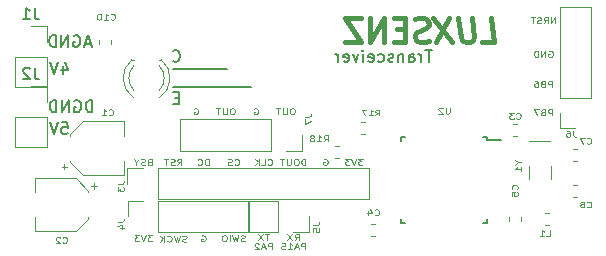
<source format=gbo>
G04 #@! TF.GenerationSoftware,KiCad,Pcbnew,(5.0.0-rc2-178-g3c7b91b96)*
G04 #@! TF.CreationDate,2018-10-30T10:49:57+01:00*
G04 #@! TF.ProjectId,pcb4,706362342E6B696361645F7063620000,1*
G04 #@! TF.SameCoordinates,Original*
G04 #@! TF.FileFunction,Legend,Bot*
G04 #@! TF.FilePolarity,Positive*
%FSLAX46Y46*%
G04 Gerber Fmt 4.6, Leading zero omitted, Abs format (unit mm)*
G04 Created by KiCad (PCBNEW (5.0.0-rc2-178-g3c7b91b96)) date 10/30/18 10:49:57*
%MOMM*%
%LPD*%
G01*
G04 APERTURE LIST*
%ADD10C,0.125000*%
%ADD11C,0.200000*%
%ADD12C,0.400000*%
%ADD13C,0.150000*%
%ADD14C,0.120000*%
G04 APERTURE END LIST*
D10*
X77947857Y-91330000D02*
X78005000Y-91306190D01*
X78090714Y-91306190D01*
X78176428Y-91330000D01*
X78233571Y-91377619D01*
X78262142Y-91425238D01*
X78290714Y-91520476D01*
X78290714Y-91591904D01*
X78262142Y-91687142D01*
X78233571Y-91734761D01*
X78176428Y-91782380D01*
X78090714Y-91806190D01*
X78033571Y-91806190D01*
X77947857Y-91782380D01*
X77919285Y-91758571D01*
X77919285Y-91591904D01*
X78033571Y-91591904D01*
X86325000Y-91306190D02*
X86210714Y-91306190D01*
X86153571Y-91330000D01*
X86096428Y-91377619D01*
X86067857Y-91472857D01*
X86067857Y-91639523D01*
X86096428Y-91734761D01*
X86153571Y-91782380D01*
X86210714Y-91806190D01*
X86325000Y-91806190D01*
X86382142Y-91782380D01*
X86439285Y-91734761D01*
X86467857Y-91639523D01*
X86467857Y-91472857D01*
X86439285Y-91377619D01*
X86382142Y-91330000D01*
X86325000Y-91306190D01*
X85810714Y-91306190D02*
X85810714Y-91710952D01*
X85782142Y-91758571D01*
X85753571Y-91782380D01*
X85696428Y-91806190D01*
X85582142Y-91806190D01*
X85525000Y-91782380D01*
X85496428Y-91758571D01*
X85467857Y-91710952D01*
X85467857Y-91306190D01*
X85267857Y-91306190D02*
X84925000Y-91306190D01*
X85096428Y-91806190D02*
X85096428Y-91306190D01*
X84520000Y-103236190D02*
X84520000Y-102736190D01*
X84291428Y-102736190D01*
X84234285Y-102760000D01*
X84205714Y-102783809D01*
X84177142Y-102831428D01*
X84177142Y-102902857D01*
X84205714Y-102950476D01*
X84234285Y-102974285D01*
X84291428Y-102998095D01*
X84520000Y-102998095D01*
X83948571Y-103093333D02*
X83662857Y-103093333D01*
X84005714Y-103236190D02*
X83805714Y-102736190D01*
X83605714Y-103236190D01*
X83434285Y-102783809D02*
X83405714Y-102760000D01*
X83348571Y-102736190D01*
X83205714Y-102736190D01*
X83148571Y-102760000D01*
X83120000Y-102783809D01*
X83091428Y-102831428D01*
X83091428Y-102879047D01*
X83120000Y-102950476D01*
X83462857Y-103236190D01*
X83091428Y-103236190D01*
X87345714Y-103236190D02*
X87345714Y-102736190D01*
X87117142Y-102736190D01*
X87060000Y-102760000D01*
X87031428Y-102783809D01*
X87002857Y-102831428D01*
X87002857Y-102902857D01*
X87031428Y-102950476D01*
X87060000Y-102974285D01*
X87117142Y-102998095D01*
X87345714Y-102998095D01*
X86774285Y-103093333D02*
X86488571Y-103093333D01*
X86831428Y-103236190D02*
X86631428Y-102736190D01*
X86431428Y-103236190D01*
X85917142Y-103236190D02*
X86260000Y-103236190D01*
X86088571Y-103236190D02*
X86088571Y-102736190D01*
X86145714Y-102807619D01*
X86202857Y-102855238D01*
X86260000Y-102879047D01*
X85374285Y-102736190D02*
X85660000Y-102736190D01*
X85688571Y-102974285D01*
X85660000Y-102950476D01*
X85602857Y-102926666D01*
X85460000Y-102926666D01*
X85402857Y-102950476D01*
X85374285Y-102974285D01*
X85345714Y-103021904D01*
X85345714Y-103140952D01*
X85374285Y-103188571D01*
X85402857Y-103212380D01*
X85460000Y-103236190D01*
X85602857Y-103236190D01*
X85660000Y-103212380D01*
X85688571Y-103188571D01*
X81245000Y-91306190D02*
X81130714Y-91306190D01*
X81073571Y-91330000D01*
X81016428Y-91377619D01*
X80987857Y-91472857D01*
X80987857Y-91639523D01*
X81016428Y-91734761D01*
X81073571Y-91782380D01*
X81130714Y-91806190D01*
X81245000Y-91806190D01*
X81302142Y-91782380D01*
X81359285Y-91734761D01*
X81387857Y-91639523D01*
X81387857Y-91472857D01*
X81359285Y-91377619D01*
X81302142Y-91330000D01*
X81245000Y-91306190D01*
X80730714Y-91306190D02*
X80730714Y-91710952D01*
X80702142Y-91758571D01*
X80673571Y-91782380D01*
X80616428Y-91806190D01*
X80502142Y-91806190D01*
X80445000Y-91782380D01*
X80416428Y-91758571D01*
X80387857Y-91710952D01*
X80387857Y-91306190D01*
X80187857Y-91306190D02*
X79845000Y-91306190D01*
X80016428Y-91806190D02*
X80016428Y-91306190D01*
X83027857Y-91330000D02*
X83085000Y-91306190D01*
X83170714Y-91306190D01*
X83256428Y-91330000D01*
X83313571Y-91377619D01*
X83342142Y-91425238D01*
X83370714Y-91520476D01*
X83370714Y-91591904D01*
X83342142Y-91687142D01*
X83313571Y-91734761D01*
X83256428Y-91782380D01*
X83170714Y-91806190D01*
X83113571Y-91806190D01*
X83027857Y-91782380D01*
X82999285Y-91758571D01*
X82999285Y-91591904D01*
X83113571Y-91591904D01*
X84177142Y-96058571D02*
X84205714Y-96082380D01*
X84291428Y-96106190D01*
X84348571Y-96106190D01*
X84434285Y-96082380D01*
X84491428Y-96034761D01*
X84520000Y-95987142D01*
X84548571Y-95891904D01*
X84548571Y-95820476D01*
X84520000Y-95725238D01*
X84491428Y-95677619D01*
X84434285Y-95630000D01*
X84348571Y-95606190D01*
X84291428Y-95606190D01*
X84205714Y-95630000D01*
X84177142Y-95653809D01*
X83634285Y-96106190D02*
X83920000Y-96106190D01*
X83920000Y-95606190D01*
X83434285Y-96106190D02*
X83434285Y-95606190D01*
X83091428Y-96106190D02*
X83348571Y-95820476D01*
X83091428Y-95606190D02*
X83434285Y-95891904D01*
X87374285Y-96106190D02*
X87374285Y-95606190D01*
X87231428Y-95606190D01*
X87145714Y-95630000D01*
X87088571Y-95677619D01*
X87060000Y-95725238D01*
X87031428Y-95820476D01*
X87031428Y-95891904D01*
X87060000Y-95987142D01*
X87088571Y-96034761D01*
X87145714Y-96082380D01*
X87231428Y-96106190D01*
X87374285Y-96106190D01*
X86660000Y-95606190D02*
X86545714Y-95606190D01*
X86488571Y-95630000D01*
X86431428Y-95677619D01*
X86402857Y-95772857D01*
X86402857Y-95939523D01*
X86431428Y-96034761D01*
X86488571Y-96082380D01*
X86545714Y-96106190D01*
X86660000Y-96106190D01*
X86717142Y-96082380D01*
X86774285Y-96034761D01*
X86802857Y-95939523D01*
X86802857Y-95772857D01*
X86774285Y-95677619D01*
X86717142Y-95630000D01*
X86660000Y-95606190D01*
X86145714Y-95606190D02*
X86145714Y-96010952D01*
X86117142Y-96058571D01*
X86088571Y-96082380D01*
X86031428Y-96106190D01*
X85917142Y-96106190D01*
X85860000Y-96082380D01*
X85831428Y-96058571D01*
X85802857Y-96010952D01*
X85802857Y-95606190D01*
X85602857Y-95606190D02*
X85260000Y-95606190D01*
X85431428Y-96106190D02*
X85431428Y-95606190D01*
X108515714Y-84106190D02*
X108515714Y-83606190D01*
X108172857Y-84106190D01*
X108172857Y-83606190D01*
X107544285Y-84106190D02*
X107744285Y-83868095D01*
X107887142Y-84106190D02*
X107887142Y-83606190D01*
X107658571Y-83606190D01*
X107601428Y-83630000D01*
X107572857Y-83653809D01*
X107544285Y-83701428D01*
X107544285Y-83772857D01*
X107572857Y-83820476D01*
X107601428Y-83844285D01*
X107658571Y-83868095D01*
X107887142Y-83868095D01*
X107315714Y-84082380D02*
X107230000Y-84106190D01*
X107087142Y-84106190D01*
X107030000Y-84082380D01*
X107001428Y-84058571D01*
X106972857Y-84010952D01*
X106972857Y-83963333D01*
X107001428Y-83915714D01*
X107030000Y-83891904D01*
X107087142Y-83868095D01*
X107201428Y-83844285D01*
X107258571Y-83820476D01*
X107287142Y-83796666D01*
X107315714Y-83749047D01*
X107315714Y-83701428D01*
X107287142Y-83653809D01*
X107258571Y-83630000D01*
X107201428Y-83606190D01*
X107058571Y-83606190D01*
X106972857Y-83630000D01*
X106801428Y-83606190D02*
X106458571Y-83606190D01*
X106630000Y-84106190D02*
X106630000Y-83606190D01*
D11*
X82042000Y-89470000D02*
X82804000Y-89470000D01*
X80010000Y-87946000D02*
X80772000Y-87946000D01*
X76144476Y-87287142D02*
X76192095Y-87334761D01*
X76334952Y-87382380D01*
X76430190Y-87382380D01*
X76573047Y-87334761D01*
X76668285Y-87239523D01*
X76715904Y-87144285D01*
X76763523Y-86953809D01*
X76763523Y-86810952D01*
X76715904Y-86620476D01*
X76668285Y-86525238D01*
X76573047Y-86430000D01*
X76430190Y-86382380D01*
X76334952Y-86382380D01*
X76192095Y-86430000D01*
X76144476Y-86477619D01*
X76668285Y-90414571D02*
X76334952Y-90414571D01*
X76192095Y-90938380D02*
X76668285Y-90938380D01*
X76668285Y-89938380D01*
X76192095Y-89938380D01*
X76200000Y-89470000D02*
X82042000Y-89470000D01*
X76200000Y-87946000D02*
X80010000Y-87946000D01*
X98099047Y-86382380D02*
X97527619Y-86382380D01*
X97813333Y-87382380D02*
X97813333Y-86382380D01*
X97194285Y-87382380D02*
X97194285Y-86715714D01*
X97194285Y-86906190D02*
X97146666Y-86810952D01*
X97099047Y-86763333D01*
X97003809Y-86715714D01*
X96908571Y-86715714D01*
X96146666Y-87382380D02*
X96146666Y-86858571D01*
X96194285Y-86763333D01*
X96289523Y-86715714D01*
X96480000Y-86715714D01*
X96575238Y-86763333D01*
X96146666Y-87334761D02*
X96241904Y-87382380D01*
X96480000Y-87382380D01*
X96575238Y-87334761D01*
X96622857Y-87239523D01*
X96622857Y-87144285D01*
X96575238Y-87049047D01*
X96480000Y-87001428D01*
X96241904Y-87001428D01*
X96146666Y-86953809D01*
X95670476Y-86715714D02*
X95670476Y-87382380D01*
X95670476Y-86810952D02*
X95622857Y-86763333D01*
X95527619Y-86715714D01*
X95384761Y-86715714D01*
X95289523Y-86763333D01*
X95241904Y-86858571D01*
X95241904Y-87382380D01*
X94813333Y-87334761D02*
X94718095Y-87382380D01*
X94527619Y-87382380D01*
X94432380Y-87334761D01*
X94384761Y-87239523D01*
X94384761Y-87191904D01*
X94432380Y-87096666D01*
X94527619Y-87049047D01*
X94670476Y-87049047D01*
X94765714Y-87001428D01*
X94813333Y-86906190D01*
X94813333Y-86858571D01*
X94765714Y-86763333D01*
X94670476Y-86715714D01*
X94527619Y-86715714D01*
X94432380Y-86763333D01*
X93527619Y-87334761D02*
X93622857Y-87382380D01*
X93813333Y-87382380D01*
X93908571Y-87334761D01*
X93956190Y-87287142D01*
X94003809Y-87191904D01*
X94003809Y-86906190D01*
X93956190Y-86810952D01*
X93908571Y-86763333D01*
X93813333Y-86715714D01*
X93622857Y-86715714D01*
X93527619Y-86763333D01*
X92718095Y-87334761D02*
X92813333Y-87382380D01*
X93003809Y-87382380D01*
X93099047Y-87334761D01*
X93146666Y-87239523D01*
X93146666Y-86858571D01*
X93099047Y-86763333D01*
X93003809Y-86715714D01*
X92813333Y-86715714D01*
X92718095Y-86763333D01*
X92670476Y-86858571D01*
X92670476Y-86953809D01*
X93146666Y-87049047D01*
X92241904Y-87382380D02*
X92241904Y-86715714D01*
X92241904Y-86382380D02*
X92289523Y-86430000D01*
X92241904Y-86477619D01*
X92194285Y-86430000D01*
X92241904Y-86382380D01*
X92241904Y-86477619D01*
X91860952Y-86715714D02*
X91622857Y-87382380D01*
X91384761Y-86715714D01*
X90622857Y-87334761D02*
X90718095Y-87382380D01*
X90908571Y-87382380D01*
X91003809Y-87334761D01*
X91051428Y-87239523D01*
X91051428Y-86858571D01*
X91003809Y-86763333D01*
X90908571Y-86715714D01*
X90718095Y-86715714D01*
X90622857Y-86763333D01*
X90575238Y-86858571D01*
X90575238Y-86953809D01*
X91051428Y-87049047D01*
X90146666Y-87382380D02*
X90146666Y-86715714D01*
X90146666Y-86906190D02*
X90099047Y-86810952D01*
X90051428Y-86763333D01*
X89956190Y-86715714D01*
X89860952Y-86715714D01*
D12*
X97806190Y-85589523D02*
X97520476Y-85684761D01*
X97044285Y-85684761D01*
X96853809Y-85589523D01*
X96758571Y-85494285D01*
X96663333Y-85303809D01*
X96663333Y-85113333D01*
X96758571Y-84922857D01*
X96853809Y-84827619D01*
X97044285Y-84732380D01*
X97425238Y-84637142D01*
X97615714Y-84541904D01*
X97710952Y-84446666D01*
X97806190Y-84256190D01*
X97806190Y-84065714D01*
X97710952Y-83875238D01*
X97615714Y-83780000D01*
X97425238Y-83684761D01*
X96949047Y-83684761D01*
X96663333Y-83780000D01*
X95806190Y-84637142D02*
X95139523Y-84637142D01*
X94853809Y-85684761D02*
X95806190Y-85684761D01*
X95806190Y-83684761D01*
X94853809Y-83684761D01*
X93996666Y-85684761D02*
X93996666Y-83684761D01*
X92853809Y-85684761D01*
X92853809Y-83684761D01*
X92091904Y-83684761D02*
X90758571Y-83684761D01*
X92091904Y-85684761D01*
X90758571Y-85684761D01*
X102369047Y-85684761D02*
X103321428Y-85684761D01*
X103071428Y-83684761D01*
X101452380Y-83684761D02*
X101654761Y-85303809D01*
X101583333Y-85494285D01*
X101500000Y-85589523D01*
X101321428Y-85684761D01*
X100940476Y-85684761D01*
X100738095Y-85589523D01*
X100630952Y-85494285D01*
X100511904Y-85303809D01*
X100309523Y-83684761D01*
X99547619Y-83684761D02*
X98464285Y-85684761D01*
X98214285Y-83684761D02*
X99797619Y-85684761D01*
D10*
X108272857Y-91906190D02*
X108272857Y-91406190D01*
X108044285Y-91406190D01*
X107987142Y-91430000D01*
X107958571Y-91453809D01*
X107930000Y-91501428D01*
X107930000Y-91572857D01*
X107958571Y-91620476D01*
X107987142Y-91644285D01*
X108044285Y-91668095D01*
X108272857Y-91668095D01*
X107472857Y-91644285D02*
X107387142Y-91668095D01*
X107358571Y-91691904D01*
X107330000Y-91739523D01*
X107330000Y-91810952D01*
X107358571Y-91858571D01*
X107387142Y-91882380D01*
X107444285Y-91906190D01*
X107672857Y-91906190D01*
X107672857Y-91406190D01*
X107472857Y-91406190D01*
X107415714Y-91430000D01*
X107387142Y-91453809D01*
X107358571Y-91501428D01*
X107358571Y-91549047D01*
X107387142Y-91596666D01*
X107415714Y-91620476D01*
X107472857Y-91644285D01*
X107672857Y-91644285D01*
X107130000Y-91406190D02*
X106730000Y-91406190D01*
X106987142Y-91906190D01*
X108272857Y-89506190D02*
X108272857Y-89006190D01*
X108044285Y-89006190D01*
X107987142Y-89030000D01*
X107958571Y-89053809D01*
X107930000Y-89101428D01*
X107930000Y-89172857D01*
X107958571Y-89220476D01*
X107987142Y-89244285D01*
X108044285Y-89268095D01*
X108272857Y-89268095D01*
X107472857Y-89244285D02*
X107387142Y-89268095D01*
X107358571Y-89291904D01*
X107330000Y-89339523D01*
X107330000Y-89410952D01*
X107358571Y-89458571D01*
X107387142Y-89482380D01*
X107444285Y-89506190D01*
X107672857Y-89506190D01*
X107672857Y-89006190D01*
X107472857Y-89006190D01*
X107415714Y-89030000D01*
X107387142Y-89053809D01*
X107358571Y-89101428D01*
X107358571Y-89149047D01*
X107387142Y-89196666D01*
X107415714Y-89220476D01*
X107472857Y-89244285D01*
X107672857Y-89244285D01*
X106815714Y-89006190D02*
X106930000Y-89006190D01*
X106987142Y-89030000D01*
X107015714Y-89053809D01*
X107072857Y-89125238D01*
X107101428Y-89220476D01*
X107101428Y-89410952D01*
X107072857Y-89458571D01*
X107044285Y-89482380D01*
X106987142Y-89506190D01*
X106872857Y-89506190D01*
X106815714Y-89482380D01*
X106787142Y-89458571D01*
X106758571Y-89410952D01*
X106758571Y-89291904D01*
X106787142Y-89244285D01*
X106815714Y-89220476D01*
X106872857Y-89196666D01*
X106987142Y-89196666D01*
X107044285Y-89220476D01*
X107072857Y-89244285D01*
X107101428Y-89291904D01*
X107987142Y-86480000D02*
X108044285Y-86456190D01*
X108130000Y-86456190D01*
X108215714Y-86480000D01*
X108272857Y-86527619D01*
X108301428Y-86575238D01*
X108330000Y-86670476D01*
X108330000Y-86741904D01*
X108301428Y-86837142D01*
X108272857Y-86884761D01*
X108215714Y-86932380D01*
X108130000Y-86956190D01*
X108072857Y-86956190D01*
X107987142Y-86932380D01*
X107958571Y-86908571D01*
X107958571Y-86741904D01*
X108072857Y-86741904D01*
X107701428Y-86956190D02*
X107701428Y-86456190D01*
X107358571Y-86956190D01*
X107358571Y-86456190D01*
X107072857Y-86956190D02*
X107072857Y-86456190D01*
X106930000Y-86456190D01*
X106844285Y-86480000D01*
X106787142Y-86527619D01*
X106758571Y-86575238D01*
X106730000Y-86670476D01*
X106730000Y-86741904D01*
X106758571Y-86837142D01*
X106787142Y-86884761D01*
X106844285Y-86932380D01*
X106930000Y-86956190D01*
X107072857Y-86956190D01*
D11*
X66818095Y-87731714D02*
X66818095Y-88398380D01*
X67056190Y-87350761D02*
X67294285Y-88065047D01*
X66675238Y-88065047D01*
X66437142Y-87398380D02*
X66103809Y-88398380D01*
X65770476Y-87398380D01*
X69191904Y-85826666D02*
X68715714Y-85826666D01*
X69287142Y-86112380D02*
X68953809Y-85112380D01*
X68620476Y-86112380D01*
X67763333Y-85160000D02*
X67858571Y-85112380D01*
X68001428Y-85112380D01*
X68144285Y-85160000D01*
X68239523Y-85255238D01*
X68287142Y-85350476D01*
X68334761Y-85540952D01*
X68334761Y-85683809D01*
X68287142Y-85874285D01*
X68239523Y-85969523D01*
X68144285Y-86064761D01*
X68001428Y-86112380D01*
X67906190Y-86112380D01*
X67763333Y-86064761D01*
X67715714Y-86017142D01*
X67715714Y-85683809D01*
X67906190Y-85683809D01*
X67287142Y-86112380D02*
X67287142Y-85112380D01*
X66715714Y-86112380D01*
X66715714Y-85112380D01*
X66239523Y-86112380D02*
X66239523Y-85112380D01*
X66001428Y-85112380D01*
X65858571Y-85160000D01*
X65763333Y-85255238D01*
X65715714Y-85350476D01*
X65668095Y-85540952D01*
X65668095Y-85683809D01*
X65715714Y-85874285D01*
X65763333Y-85969523D01*
X65858571Y-86064761D01*
X66001428Y-86112380D01*
X66239523Y-86112380D01*
X66738476Y-92478380D02*
X67214666Y-92478380D01*
X67262285Y-92954571D01*
X67214666Y-92906952D01*
X67119428Y-92859333D01*
X66881333Y-92859333D01*
X66786095Y-92906952D01*
X66738476Y-92954571D01*
X66690857Y-93049809D01*
X66690857Y-93287904D01*
X66738476Y-93383142D01*
X66786095Y-93430761D01*
X66881333Y-93478380D01*
X67119428Y-93478380D01*
X67214666Y-93430761D01*
X67262285Y-93383142D01*
X66405142Y-92478380D02*
X66071809Y-93478380D01*
X65738476Y-92478380D01*
X69349714Y-91632380D02*
X69349714Y-90632380D01*
X69111619Y-90632380D01*
X68968761Y-90680000D01*
X68873523Y-90775238D01*
X68825904Y-90870476D01*
X68778285Y-91060952D01*
X68778285Y-91203809D01*
X68825904Y-91394285D01*
X68873523Y-91489523D01*
X68968761Y-91584761D01*
X69111619Y-91632380D01*
X69349714Y-91632380D01*
X67825904Y-90680000D02*
X67921142Y-90632380D01*
X68064000Y-90632380D01*
X68206857Y-90680000D01*
X68302095Y-90775238D01*
X68349714Y-90870476D01*
X68397333Y-91060952D01*
X68397333Y-91203809D01*
X68349714Y-91394285D01*
X68302095Y-91489523D01*
X68206857Y-91584761D01*
X68064000Y-91632380D01*
X67968761Y-91632380D01*
X67825904Y-91584761D01*
X67778285Y-91537142D01*
X67778285Y-91203809D01*
X67968761Y-91203809D01*
X67349714Y-91632380D02*
X67349714Y-90632380D01*
X66778285Y-91632380D01*
X66778285Y-90632380D01*
X66302095Y-91632380D02*
X66302095Y-90632380D01*
X66064000Y-90632380D01*
X65921142Y-90680000D01*
X65825904Y-90775238D01*
X65778285Y-90870476D01*
X65730666Y-91060952D01*
X65730666Y-91203809D01*
X65778285Y-91394285D01*
X65825904Y-91489523D01*
X65921142Y-91584761D01*
X66064000Y-91632380D01*
X66302095Y-91632380D01*
D10*
X74160000Y-95844285D02*
X74074285Y-95868095D01*
X74045714Y-95891904D01*
X74017142Y-95939523D01*
X74017142Y-96010952D01*
X74045714Y-96058571D01*
X74074285Y-96082380D01*
X74131428Y-96106190D01*
X74360000Y-96106190D01*
X74360000Y-95606190D01*
X74160000Y-95606190D01*
X74102857Y-95630000D01*
X74074285Y-95653809D01*
X74045714Y-95701428D01*
X74045714Y-95749047D01*
X74074285Y-95796666D01*
X74102857Y-95820476D01*
X74160000Y-95844285D01*
X74360000Y-95844285D01*
X73788571Y-96082380D02*
X73702857Y-96106190D01*
X73560000Y-96106190D01*
X73502857Y-96082380D01*
X73474285Y-96058571D01*
X73445714Y-96010952D01*
X73445714Y-95963333D01*
X73474285Y-95915714D01*
X73502857Y-95891904D01*
X73560000Y-95868095D01*
X73674285Y-95844285D01*
X73731428Y-95820476D01*
X73760000Y-95796666D01*
X73788571Y-95749047D01*
X73788571Y-95701428D01*
X73760000Y-95653809D01*
X73731428Y-95630000D01*
X73674285Y-95606190D01*
X73531428Y-95606190D01*
X73445714Y-95630000D01*
X73074285Y-95868095D02*
X73074285Y-96106190D01*
X73274285Y-95606190D02*
X73074285Y-95868095D01*
X72874285Y-95606190D01*
X76528571Y-96106190D02*
X76728571Y-95868095D01*
X76871428Y-96106190D02*
X76871428Y-95606190D01*
X76642857Y-95606190D01*
X76585714Y-95630000D01*
X76557142Y-95653809D01*
X76528571Y-95701428D01*
X76528571Y-95772857D01*
X76557142Y-95820476D01*
X76585714Y-95844285D01*
X76642857Y-95868095D01*
X76871428Y-95868095D01*
X76300000Y-96082380D02*
X76214285Y-96106190D01*
X76071428Y-96106190D01*
X76014285Y-96082380D01*
X75985714Y-96058571D01*
X75957142Y-96010952D01*
X75957142Y-95963333D01*
X75985714Y-95915714D01*
X76014285Y-95891904D01*
X76071428Y-95868095D01*
X76185714Y-95844285D01*
X76242857Y-95820476D01*
X76271428Y-95796666D01*
X76300000Y-95749047D01*
X76300000Y-95701428D01*
X76271428Y-95653809D01*
X76242857Y-95630000D01*
X76185714Y-95606190D01*
X76042857Y-95606190D01*
X75957142Y-95630000D01*
X75785714Y-95606190D02*
X75442857Y-95606190D01*
X75614285Y-96106190D02*
X75614285Y-95606190D01*
X79197142Y-96106190D02*
X79197142Y-95606190D01*
X79054285Y-95606190D01*
X78968571Y-95630000D01*
X78911428Y-95677619D01*
X78882857Y-95725238D01*
X78854285Y-95820476D01*
X78854285Y-95891904D01*
X78882857Y-95987142D01*
X78911428Y-96034761D01*
X78968571Y-96082380D01*
X79054285Y-96106190D01*
X79197142Y-96106190D01*
X78254285Y-96058571D02*
X78282857Y-96082380D01*
X78368571Y-96106190D01*
X78425714Y-96106190D01*
X78511428Y-96082380D01*
X78568571Y-96034761D01*
X78597142Y-95987142D01*
X78625714Y-95891904D01*
X78625714Y-95820476D01*
X78597142Y-95725238D01*
X78568571Y-95677619D01*
X78511428Y-95630000D01*
X78425714Y-95606190D01*
X78368571Y-95606190D01*
X78282857Y-95630000D01*
X78254285Y-95653809D01*
X81380000Y-96058571D02*
X81408571Y-96082380D01*
X81494285Y-96106190D01*
X81551428Y-96106190D01*
X81637142Y-96082380D01*
X81694285Y-96034761D01*
X81722857Y-95987142D01*
X81751428Y-95891904D01*
X81751428Y-95820476D01*
X81722857Y-95725238D01*
X81694285Y-95677619D01*
X81637142Y-95630000D01*
X81551428Y-95606190D01*
X81494285Y-95606190D01*
X81408571Y-95630000D01*
X81380000Y-95653809D01*
X81151428Y-96082380D02*
X81065714Y-96106190D01*
X80922857Y-96106190D01*
X80865714Y-96082380D01*
X80837142Y-96058571D01*
X80808571Y-96010952D01*
X80808571Y-95963333D01*
X80837142Y-95915714D01*
X80865714Y-95891904D01*
X80922857Y-95868095D01*
X81037142Y-95844285D01*
X81094285Y-95820476D01*
X81122857Y-95796666D01*
X81151428Y-95749047D01*
X81151428Y-95701428D01*
X81122857Y-95653809D01*
X81094285Y-95630000D01*
X81037142Y-95606190D01*
X80894285Y-95606190D01*
X80808571Y-95630000D01*
X88922857Y-95630000D02*
X88980000Y-95606190D01*
X89065714Y-95606190D01*
X89151428Y-95630000D01*
X89208571Y-95677619D01*
X89237142Y-95725238D01*
X89265714Y-95820476D01*
X89265714Y-95891904D01*
X89237142Y-95987142D01*
X89208571Y-96034761D01*
X89151428Y-96082380D01*
X89065714Y-96106190D01*
X89008571Y-96106190D01*
X88922857Y-96082380D01*
X88894285Y-96058571D01*
X88894285Y-95891904D01*
X89008571Y-95891904D01*
X92222857Y-95606190D02*
X91851428Y-95606190D01*
X92051428Y-95796666D01*
X91965714Y-95796666D01*
X91908571Y-95820476D01*
X91880000Y-95844285D01*
X91851428Y-95891904D01*
X91851428Y-96010952D01*
X91880000Y-96058571D01*
X91908571Y-96082380D01*
X91965714Y-96106190D01*
X92137142Y-96106190D01*
X92194285Y-96082380D01*
X92222857Y-96058571D01*
X91680000Y-95606190D02*
X91480000Y-96106190D01*
X91280000Y-95606190D01*
X91137142Y-95606190D02*
X90765714Y-95606190D01*
X90965714Y-95796666D01*
X90880000Y-95796666D01*
X90822857Y-95820476D01*
X90794285Y-95844285D01*
X90765714Y-95891904D01*
X90765714Y-96010952D01*
X90794285Y-96058571D01*
X90822857Y-96082380D01*
X90880000Y-96106190D01*
X91051428Y-96106190D01*
X91108571Y-96082380D01*
X91137142Y-96058571D01*
X82251428Y-102532380D02*
X82165714Y-102556190D01*
X82022857Y-102556190D01*
X81965714Y-102532380D01*
X81937142Y-102508571D01*
X81908571Y-102460952D01*
X81908571Y-102413333D01*
X81937142Y-102365714D01*
X81965714Y-102341904D01*
X82022857Y-102318095D01*
X82137142Y-102294285D01*
X82194285Y-102270476D01*
X82222857Y-102246666D01*
X82251428Y-102199047D01*
X82251428Y-102151428D01*
X82222857Y-102103809D01*
X82194285Y-102080000D01*
X82137142Y-102056190D01*
X81994285Y-102056190D01*
X81908571Y-102080000D01*
X81708571Y-102056190D02*
X81565714Y-102556190D01*
X81451428Y-102199047D01*
X81337142Y-102556190D01*
X81194285Y-102056190D01*
X80965714Y-102556190D02*
X80965714Y-102056190D01*
X80565714Y-102056190D02*
X80451428Y-102056190D01*
X80394285Y-102080000D01*
X80337142Y-102127619D01*
X80308571Y-102222857D01*
X80308571Y-102389523D01*
X80337142Y-102484761D01*
X80394285Y-102532380D01*
X80451428Y-102556190D01*
X80565714Y-102556190D01*
X80622857Y-102532380D01*
X80680000Y-102484761D01*
X80708571Y-102389523D01*
X80708571Y-102222857D01*
X80680000Y-102127619D01*
X80622857Y-102080000D01*
X80565714Y-102056190D01*
X78582857Y-102080000D02*
X78640000Y-102056190D01*
X78725714Y-102056190D01*
X78811428Y-102080000D01*
X78868571Y-102127619D01*
X78897142Y-102175238D01*
X78925714Y-102270476D01*
X78925714Y-102341904D01*
X78897142Y-102437142D01*
X78868571Y-102484761D01*
X78811428Y-102532380D01*
X78725714Y-102556190D01*
X78668571Y-102556190D01*
X78582857Y-102532380D01*
X78554285Y-102508571D01*
X78554285Y-102341904D01*
X78668571Y-102341904D01*
X77314285Y-102577380D02*
X77228571Y-102601190D01*
X77085714Y-102601190D01*
X77028571Y-102577380D01*
X77000000Y-102553571D01*
X76971428Y-102505952D01*
X76971428Y-102458333D01*
X77000000Y-102410714D01*
X77028571Y-102386904D01*
X77085714Y-102363095D01*
X77200000Y-102339285D01*
X77257142Y-102315476D01*
X77285714Y-102291666D01*
X77314285Y-102244047D01*
X77314285Y-102196428D01*
X77285714Y-102148809D01*
X77257142Y-102125000D01*
X77200000Y-102101190D01*
X77057142Y-102101190D01*
X76971428Y-102125000D01*
X76771428Y-102101190D02*
X76628571Y-102601190D01*
X76514285Y-102244047D01*
X76400000Y-102601190D01*
X76257142Y-102101190D01*
X75685714Y-102553571D02*
X75714285Y-102577380D01*
X75800000Y-102601190D01*
X75857142Y-102601190D01*
X75942857Y-102577380D01*
X76000000Y-102529761D01*
X76028571Y-102482142D01*
X76057142Y-102386904D01*
X76057142Y-102315476D01*
X76028571Y-102220238D01*
X76000000Y-102172619D01*
X75942857Y-102125000D01*
X75857142Y-102101190D01*
X75800000Y-102101190D01*
X75714285Y-102125000D01*
X75685714Y-102148809D01*
X75428571Y-102601190D02*
X75428571Y-102101190D01*
X75085714Y-102601190D02*
X75342857Y-102315476D01*
X75085714Y-102101190D02*
X75428571Y-102386904D01*
X74402857Y-102056190D02*
X74031428Y-102056190D01*
X74231428Y-102246666D01*
X74145714Y-102246666D01*
X74088571Y-102270476D01*
X74060000Y-102294285D01*
X74031428Y-102341904D01*
X74031428Y-102460952D01*
X74060000Y-102508571D01*
X74088571Y-102532380D01*
X74145714Y-102556190D01*
X74317142Y-102556190D01*
X74374285Y-102532380D01*
X74402857Y-102508571D01*
X73860000Y-102056190D02*
X73660000Y-102556190D01*
X73460000Y-102056190D01*
X73317142Y-102056190D02*
X72945714Y-102056190D01*
X73145714Y-102246666D01*
X73060000Y-102246666D01*
X73002857Y-102270476D01*
X72974285Y-102294285D01*
X72945714Y-102341904D01*
X72945714Y-102460952D01*
X72974285Y-102508571D01*
X73002857Y-102532380D01*
X73060000Y-102556190D01*
X73231428Y-102556190D01*
X73288571Y-102532380D01*
X73317142Y-102508571D01*
X86460000Y-102474190D02*
X86660000Y-102236095D01*
X86802857Y-102474190D02*
X86802857Y-101974190D01*
X86574285Y-101974190D01*
X86517142Y-101998000D01*
X86488571Y-102021809D01*
X86460000Y-102069428D01*
X86460000Y-102140857D01*
X86488571Y-102188476D01*
X86517142Y-102212285D01*
X86574285Y-102236095D01*
X86802857Y-102236095D01*
X86260000Y-101974190D02*
X85860000Y-102474190D01*
X85860000Y-101974190D02*
X86260000Y-102474190D01*
X84277142Y-101974190D02*
X83934285Y-101974190D01*
X84105714Y-102474190D02*
X84105714Y-101974190D01*
X83791428Y-101974190D02*
X83391428Y-102474190D01*
X83391428Y-101974190D02*
X83791428Y-102474190D01*
D13*
G04 #@! TO.C,U2*
X102755000Y-93755000D02*
X102755000Y-93980000D01*
X95505000Y-93755000D02*
X95505000Y-94055000D01*
X95505000Y-101005000D02*
X95505000Y-100705000D01*
X102755000Y-101005000D02*
X102755000Y-100705000D01*
X102755000Y-93755000D02*
X102455000Y-93755000D01*
X102755000Y-101005000D02*
X102455000Y-101005000D01*
X95505000Y-101005000D02*
X95805000Y-101005000D01*
X95505000Y-93755000D02*
X95805000Y-93755000D01*
X102755000Y-93980000D02*
X103980000Y-93980000D01*
D14*
G04 #@! TO.C,J7*
X87055000Y-94910000D02*
X87055000Y-93580000D01*
X85725000Y-94910000D02*
X87055000Y-94910000D01*
X84455000Y-94910000D02*
X84455000Y-92250000D01*
X84455000Y-92250000D02*
X76775000Y-92250000D01*
X84455000Y-94910000D02*
X76775000Y-94910000D01*
X76775000Y-94910000D02*
X76775000Y-92250000D01*
G04 #@! TO.C,J4*
X82610000Y-99140000D02*
X82610000Y-101800000D01*
X74930000Y-99140000D02*
X82610000Y-99140000D01*
X74930000Y-101800000D02*
X82610000Y-101800000D01*
X74930000Y-99140000D02*
X74930000Y-101800000D01*
X73660000Y-99140000D02*
X72330000Y-99140000D01*
X72330000Y-99140000D02*
X72330000Y-100470000D01*
G04 #@! TO.C,R17*
X92058733Y-92470000D02*
X92401267Y-92470000D01*
X92058733Y-93490000D02*
X92401267Y-93490000D01*
G04 #@! TO.C,R18*
X89858733Y-95490000D02*
X90201267Y-95490000D01*
X89858733Y-94470000D02*
X90201267Y-94470000D01*
G04 #@! TO.C,J1*
X65465000Y-89530000D02*
X62805000Y-89530000D01*
X65465000Y-86930000D02*
X65465000Y-89530000D01*
X62805000Y-86930000D02*
X62805000Y-89530000D01*
X65465000Y-86930000D02*
X62805000Y-86930000D01*
X65465000Y-85660000D02*
X65465000Y-84330000D01*
X65465000Y-84330000D02*
X64135000Y-84330000D01*
G04 #@! TO.C,J2*
X65465000Y-89410000D02*
X64135000Y-89410000D01*
X65465000Y-90740000D02*
X65465000Y-89410000D01*
X65465000Y-92010000D02*
X62805000Y-92010000D01*
X62805000Y-92010000D02*
X62805000Y-94610000D01*
X65465000Y-92010000D02*
X65465000Y-94610000D01*
X65465000Y-94610000D02*
X62805000Y-94610000D01*
G04 #@! TO.C,J5*
X82490000Y-101800000D02*
X82490000Y-99140000D01*
X85090000Y-101800000D02*
X82490000Y-101800000D01*
X85090000Y-99140000D02*
X82490000Y-99140000D01*
X85090000Y-101800000D02*
X85090000Y-99140000D01*
X86360000Y-101800000D02*
X87690000Y-101800000D01*
X87690000Y-101800000D02*
X87690000Y-100470000D01*
G04 #@! TO.C,J6*
X108900000Y-82730000D02*
X111560000Y-82730000D01*
X108900000Y-90410000D02*
X108900000Y-82730000D01*
X111560000Y-90410000D02*
X111560000Y-82730000D01*
X108900000Y-90410000D02*
X111560000Y-90410000D01*
X108900000Y-91680000D02*
X108900000Y-93010000D01*
X108900000Y-93010000D02*
X110230000Y-93010000D01*
G04 #@! TO.C,J3*
X92740000Y-96350000D02*
X92740000Y-99010000D01*
X74900000Y-96350000D02*
X92740000Y-96350000D01*
X74900000Y-99010000D02*
X92740000Y-99010000D01*
X74900000Y-96350000D02*
X74900000Y-99010000D01*
X73630000Y-96350000D02*
X72300000Y-96350000D01*
X72300000Y-96350000D02*
X72300000Y-97680000D01*
G04 #@! TO.C,C2*
X69480000Y-97670000D02*
X69480000Y-98170000D01*
X69730000Y-97920000D02*
X69230000Y-97920000D01*
X68990000Y-100675563D02*
X67925563Y-101740000D01*
X68990000Y-98284437D02*
X67925563Y-97220000D01*
X68990000Y-98284437D02*
X68990000Y-98420000D01*
X68990000Y-100675563D02*
X68990000Y-100540000D01*
X67925563Y-101740000D02*
X64470000Y-101740000D01*
X67925563Y-97220000D02*
X64470000Y-97220000D01*
X64470000Y-97220000D02*
X64470000Y-98420000D01*
X64470000Y-101740000D02*
X64470000Y-100540000D01*
G04 #@! TO.C,C1*
X71990000Y-92420000D02*
X71990000Y-93620000D01*
X71990000Y-96940000D02*
X71990000Y-95740000D01*
X68534437Y-96940000D02*
X71990000Y-96940000D01*
X68534437Y-92420000D02*
X71990000Y-92420000D01*
X67470000Y-93484437D02*
X67470000Y-93620000D01*
X67470000Y-95875563D02*
X67470000Y-95740000D01*
X67470000Y-95875563D02*
X68534437Y-96940000D01*
X67470000Y-93484437D02*
X68534437Y-92420000D01*
X66730000Y-96240000D02*
X67230000Y-96240000D01*
X66980000Y-96490000D02*
X66980000Y-95990000D01*
G04 #@! TO.C,C10*
X69920000Y-85831267D02*
X69920000Y-85488733D01*
X70940000Y-85831267D02*
X70940000Y-85488733D01*
G04 #@! TO.C,C8*
X110058733Y-97770000D02*
X110401267Y-97770000D01*
X110058733Y-98790000D02*
X110401267Y-98790000D01*
G04 #@! TO.C,C7*
X110058733Y-95790000D02*
X110401267Y-95790000D01*
X110058733Y-94770000D02*
X110401267Y-94770000D01*
G04 #@! TO.C,C5*
X105640000Y-100851267D02*
X105640000Y-100508733D01*
X104620000Y-100851267D02*
X104620000Y-100508733D01*
G04 #@! TO.C,C4*
X93301267Y-102090000D02*
X92958733Y-102090000D01*
X93301267Y-101070000D02*
X92958733Y-101070000D01*
G04 #@! TO.C,C3*
X105301267Y-92670000D02*
X104958733Y-92670000D01*
X105301267Y-93690000D02*
X104958733Y-93690000D01*
G04 #@! TO.C,Y1*
X106280000Y-96230000D02*
X106280000Y-97330000D01*
X108180000Y-96230000D02*
X108180000Y-97330000D01*
X106330000Y-94080000D02*
X108130000Y-94080000D01*
G04 #@! TO.C,L1*
X107658733Y-101190000D02*
X108001267Y-101190000D01*
X107658733Y-100170000D02*
X108001267Y-100170000D01*
G04 #@! TO.C,Q1*
X72694000Y-87190000D02*
X72850000Y-87190000D01*
X75010000Y-87190000D02*
X75166000Y-87190000D01*
X72851392Y-90422335D02*
G75*
G02X72694484Y-87190000I1078608J1672335D01*
G01*
X75008608Y-90422335D02*
G75*
G03X75165516Y-87190000I-1078608J1672335D01*
G01*
X72850163Y-89791130D02*
G75*
G02X72850000Y-87709039I1079837J1041130D01*
G01*
X75009837Y-89791130D02*
G75*
G03X75010000Y-87709039I-1079837J1041130D01*
G01*
G04 #@! TO.C,U2*
D10*
X99587142Y-91256190D02*
X99587142Y-91660952D01*
X99558571Y-91708571D01*
X99530000Y-91732380D01*
X99472857Y-91756190D01*
X99358571Y-91756190D01*
X99301428Y-91732380D01*
X99272857Y-91708571D01*
X99244285Y-91660952D01*
X99244285Y-91256190D01*
X98987142Y-91303809D02*
X98958571Y-91280000D01*
X98901428Y-91256190D01*
X98758571Y-91256190D01*
X98701428Y-91280000D01*
X98672857Y-91303809D01*
X98644285Y-91351428D01*
X98644285Y-91399047D01*
X98672857Y-91470476D01*
X99015714Y-91756190D01*
X98644285Y-91756190D01*
G04 #@! TO.C,J7*
X87356190Y-92015000D02*
X87713333Y-92015000D01*
X87784761Y-91986428D01*
X87832380Y-91929285D01*
X87856190Y-91843571D01*
X87856190Y-91786428D01*
X87356190Y-92243571D02*
X87356190Y-92643571D01*
X87856190Y-92386428D01*
G04 #@! TO.C,J4*
X71481190Y-100905000D02*
X71838333Y-100905000D01*
X71909761Y-100876428D01*
X71957380Y-100819285D01*
X71981190Y-100733571D01*
X71981190Y-100676428D01*
X71647857Y-101447857D02*
X71981190Y-101447857D01*
X71457380Y-101305000D02*
X71814523Y-101162142D01*
X71814523Y-101533571D01*
G04 #@! TO.C,R17*
X93305714Y-91916190D02*
X93505714Y-91678095D01*
X93648571Y-91916190D02*
X93648571Y-91416190D01*
X93420000Y-91416190D01*
X93362857Y-91440000D01*
X93334285Y-91463809D01*
X93305714Y-91511428D01*
X93305714Y-91582857D01*
X93334285Y-91630476D01*
X93362857Y-91654285D01*
X93420000Y-91678095D01*
X93648571Y-91678095D01*
X92734285Y-91916190D02*
X93077142Y-91916190D01*
X92905714Y-91916190D02*
X92905714Y-91416190D01*
X92962857Y-91487619D01*
X93020000Y-91535238D01*
X93077142Y-91559047D01*
X92534285Y-91416190D02*
X92134285Y-91416190D01*
X92391428Y-91916190D01*
G04 #@! TO.C,R18*
X88915714Y-94106190D02*
X89115714Y-93868095D01*
X89258571Y-94106190D02*
X89258571Y-93606190D01*
X89030000Y-93606190D01*
X88972857Y-93630000D01*
X88944285Y-93653809D01*
X88915714Y-93701428D01*
X88915714Y-93772857D01*
X88944285Y-93820476D01*
X88972857Y-93844285D01*
X89030000Y-93868095D01*
X89258571Y-93868095D01*
X88344285Y-94106190D02*
X88687142Y-94106190D01*
X88515714Y-94106190D02*
X88515714Y-93606190D01*
X88572857Y-93677619D01*
X88630000Y-93725238D01*
X88687142Y-93749047D01*
X88001428Y-93820476D02*
X88058571Y-93796666D01*
X88087142Y-93772857D01*
X88115714Y-93725238D01*
X88115714Y-93701428D01*
X88087142Y-93653809D01*
X88058571Y-93630000D01*
X88001428Y-93606190D01*
X87887142Y-93606190D01*
X87830000Y-93630000D01*
X87801428Y-93653809D01*
X87772857Y-93701428D01*
X87772857Y-93725238D01*
X87801428Y-93772857D01*
X87830000Y-93796666D01*
X87887142Y-93820476D01*
X88001428Y-93820476D01*
X88058571Y-93844285D01*
X88087142Y-93868095D01*
X88115714Y-93915714D01*
X88115714Y-94010952D01*
X88087142Y-94058571D01*
X88058571Y-94082380D01*
X88001428Y-94106190D01*
X87887142Y-94106190D01*
X87830000Y-94082380D01*
X87801428Y-94058571D01*
X87772857Y-94010952D01*
X87772857Y-93915714D01*
X87801428Y-93868095D01*
X87830000Y-93844285D01*
X87887142Y-93820476D01*
G04 #@! TO.C,J1*
D13*
X64468333Y-82782380D02*
X64468333Y-83496666D01*
X64515952Y-83639523D01*
X64611190Y-83734761D01*
X64754047Y-83782380D01*
X64849285Y-83782380D01*
X63468333Y-83782380D02*
X64039761Y-83782380D01*
X63754047Y-83782380D02*
X63754047Y-82782380D01*
X63849285Y-82925238D01*
X63944523Y-83020476D01*
X64039761Y-83068095D01*
G04 #@! TO.C,J2*
X64468333Y-87862380D02*
X64468333Y-88576666D01*
X64515952Y-88719523D01*
X64611190Y-88814761D01*
X64754047Y-88862380D01*
X64849285Y-88862380D01*
X64039761Y-87957619D02*
X63992142Y-87910000D01*
X63896904Y-87862380D01*
X63658809Y-87862380D01*
X63563571Y-87910000D01*
X63515952Y-87957619D01*
X63468333Y-88052857D01*
X63468333Y-88148095D01*
X63515952Y-88290952D01*
X64087380Y-88862380D01*
X63468333Y-88862380D01*
G04 #@! TO.C,J5*
D10*
X88056190Y-101180000D02*
X88413333Y-101180000D01*
X88484761Y-101151428D01*
X88532380Y-101094285D01*
X88556190Y-101008571D01*
X88556190Y-100951428D01*
X88056190Y-101751428D02*
X88056190Y-101465714D01*
X88294285Y-101437142D01*
X88270476Y-101465714D01*
X88246666Y-101522857D01*
X88246666Y-101665714D01*
X88270476Y-101722857D01*
X88294285Y-101751428D01*
X88341904Y-101780000D01*
X88460952Y-101780000D01*
X88508571Y-101751428D01*
X88532380Y-101722857D01*
X88556190Y-101665714D01*
X88556190Y-101522857D01*
X88532380Y-101465714D01*
X88508571Y-101437142D01*
G04 #@! TO.C,J6*
X110055000Y-93211190D02*
X110055000Y-93568333D01*
X110083571Y-93639761D01*
X110140714Y-93687380D01*
X110226428Y-93711190D01*
X110283571Y-93711190D01*
X109512142Y-93211190D02*
X109626428Y-93211190D01*
X109683571Y-93235000D01*
X109712142Y-93258809D01*
X109769285Y-93330238D01*
X109797857Y-93425476D01*
X109797857Y-93615952D01*
X109769285Y-93663571D01*
X109740714Y-93687380D01*
X109683571Y-93711190D01*
X109569285Y-93711190D01*
X109512142Y-93687380D01*
X109483571Y-93663571D01*
X109455000Y-93615952D01*
X109455000Y-93496904D01*
X109483571Y-93449285D01*
X109512142Y-93425476D01*
X109569285Y-93401666D01*
X109683571Y-93401666D01*
X109740714Y-93425476D01*
X109769285Y-93449285D01*
X109797857Y-93496904D01*
G04 #@! TO.C,J3*
X71481190Y-97730000D02*
X71838333Y-97730000D01*
X71909761Y-97701428D01*
X71957380Y-97644285D01*
X71981190Y-97558571D01*
X71981190Y-97501428D01*
X71481190Y-97958571D02*
X71481190Y-98330000D01*
X71671666Y-98130000D01*
X71671666Y-98215714D01*
X71695476Y-98272857D01*
X71719285Y-98301428D01*
X71766904Y-98330000D01*
X71885952Y-98330000D01*
X71933571Y-98301428D01*
X71957380Y-98272857D01*
X71981190Y-98215714D01*
X71981190Y-98044285D01*
X71957380Y-97987142D01*
X71933571Y-97958571D01*
G04 #@! TO.C,C2*
X66830000Y-102658571D02*
X66858571Y-102682380D01*
X66944285Y-102706190D01*
X67001428Y-102706190D01*
X67087142Y-102682380D01*
X67144285Y-102634761D01*
X67172857Y-102587142D01*
X67201428Y-102491904D01*
X67201428Y-102420476D01*
X67172857Y-102325238D01*
X67144285Y-102277619D01*
X67087142Y-102230000D01*
X67001428Y-102206190D01*
X66944285Y-102206190D01*
X66858571Y-102230000D01*
X66830000Y-102253809D01*
X66601428Y-102253809D02*
X66572857Y-102230000D01*
X66515714Y-102206190D01*
X66372857Y-102206190D01*
X66315714Y-102230000D01*
X66287142Y-102253809D01*
X66258571Y-102301428D01*
X66258571Y-102349047D01*
X66287142Y-102420476D01*
X66630000Y-102706190D01*
X66258571Y-102706190D01*
G04 #@! TO.C,C1*
X70712000Y-91858571D02*
X70740571Y-91882380D01*
X70826285Y-91906190D01*
X70883428Y-91906190D01*
X70969142Y-91882380D01*
X71026285Y-91834761D01*
X71054857Y-91787142D01*
X71083428Y-91691904D01*
X71083428Y-91620476D01*
X71054857Y-91525238D01*
X71026285Y-91477619D01*
X70969142Y-91430000D01*
X70883428Y-91406190D01*
X70826285Y-91406190D01*
X70740571Y-91430000D01*
X70712000Y-91453809D01*
X70140571Y-91906190D02*
X70483428Y-91906190D01*
X70312000Y-91906190D02*
X70312000Y-91406190D01*
X70369142Y-91477619D01*
X70426285Y-91525238D01*
X70483428Y-91549047D01*
G04 #@! TO.C,C10*
X70887714Y-83758571D02*
X70916285Y-83782380D01*
X71002000Y-83806190D01*
X71059142Y-83806190D01*
X71144857Y-83782380D01*
X71202000Y-83734761D01*
X71230571Y-83687142D01*
X71259142Y-83591904D01*
X71259142Y-83520476D01*
X71230571Y-83425238D01*
X71202000Y-83377619D01*
X71144857Y-83330000D01*
X71059142Y-83306190D01*
X71002000Y-83306190D01*
X70916285Y-83330000D01*
X70887714Y-83353809D01*
X70316285Y-83806190D02*
X70659142Y-83806190D01*
X70487714Y-83806190D02*
X70487714Y-83306190D01*
X70544857Y-83377619D01*
X70602000Y-83425238D01*
X70659142Y-83449047D01*
X69944857Y-83306190D02*
X69887714Y-83306190D01*
X69830571Y-83330000D01*
X69802000Y-83353809D01*
X69773428Y-83401428D01*
X69744857Y-83496666D01*
X69744857Y-83615714D01*
X69773428Y-83710952D01*
X69802000Y-83758571D01*
X69830571Y-83782380D01*
X69887714Y-83806190D01*
X69944857Y-83806190D01*
X70002000Y-83782380D01*
X70030571Y-83758571D01*
X70059142Y-83710952D01*
X70087714Y-83615714D01*
X70087714Y-83496666D01*
X70059142Y-83401428D01*
X70030571Y-83353809D01*
X70002000Y-83330000D01*
X69944857Y-83306190D01*
G04 #@! TO.C,C8*
X111230000Y-99658571D02*
X111258571Y-99682380D01*
X111344285Y-99706190D01*
X111401428Y-99706190D01*
X111487142Y-99682380D01*
X111544285Y-99634761D01*
X111572857Y-99587142D01*
X111601428Y-99491904D01*
X111601428Y-99420476D01*
X111572857Y-99325238D01*
X111544285Y-99277619D01*
X111487142Y-99230000D01*
X111401428Y-99206190D01*
X111344285Y-99206190D01*
X111258571Y-99230000D01*
X111230000Y-99253809D01*
X110887142Y-99420476D02*
X110944285Y-99396666D01*
X110972857Y-99372857D01*
X111001428Y-99325238D01*
X111001428Y-99301428D01*
X110972857Y-99253809D01*
X110944285Y-99230000D01*
X110887142Y-99206190D01*
X110772857Y-99206190D01*
X110715714Y-99230000D01*
X110687142Y-99253809D01*
X110658571Y-99301428D01*
X110658571Y-99325238D01*
X110687142Y-99372857D01*
X110715714Y-99396666D01*
X110772857Y-99420476D01*
X110887142Y-99420476D01*
X110944285Y-99444285D01*
X110972857Y-99468095D01*
X111001428Y-99515714D01*
X111001428Y-99610952D01*
X110972857Y-99658571D01*
X110944285Y-99682380D01*
X110887142Y-99706190D01*
X110772857Y-99706190D01*
X110715714Y-99682380D01*
X110687142Y-99658571D01*
X110658571Y-99610952D01*
X110658571Y-99515714D01*
X110687142Y-99468095D01*
X110715714Y-99444285D01*
X110772857Y-99420476D01*
G04 #@! TO.C,C7*
X111230000Y-94258571D02*
X111258571Y-94282380D01*
X111344285Y-94306190D01*
X111401428Y-94306190D01*
X111487142Y-94282380D01*
X111544285Y-94234761D01*
X111572857Y-94187142D01*
X111601428Y-94091904D01*
X111601428Y-94020476D01*
X111572857Y-93925238D01*
X111544285Y-93877619D01*
X111487142Y-93830000D01*
X111401428Y-93806190D01*
X111344285Y-93806190D01*
X111258571Y-93830000D01*
X111230000Y-93853809D01*
X111030000Y-93806190D02*
X110630000Y-93806190D01*
X110887142Y-94306190D01*
G04 #@! TO.C,C5*
X105308571Y-98180000D02*
X105332380Y-98151428D01*
X105356190Y-98065714D01*
X105356190Y-98008571D01*
X105332380Y-97922857D01*
X105284761Y-97865714D01*
X105237142Y-97837142D01*
X105141904Y-97808571D01*
X105070476Y-97808571D01*
X104975238Y-97837142D01*
X104927619Y-97865714D01*
X104880000Y-97922857D01*
X104856190Y-98008571D01*
X104856190Y-98065714D01*
X104880000Y-98151428D01*
X104903809Y-98180000D01*
X104856190Y-98722857D02*
X104856190Y-98437142D01*
X105094285Y-98408571D01*
X105070476Y-98437142D01*
X105046666Y-98494285D01*
X105046666Y-98637142D01*
X105070476Y-98694285D01*
X105094285Y-98722857D01*
X105141904Y-98751428D01*
X105260952Y-98751428D01*
X105308571Y-98722857D01*
X105332380Y-98694285D01*
X105356190Y-98637142D01*
X105356190Y-98494285D01*
X105332380Y-98437142D01*
X105308571Y-98408571D01*
G04 #@! TO.C,C4*
X93230000Y-100328571D02*
X93258571Y-100352380D01*
X93344285Y-100376190D01*
X93401428Y-100376190D01*
X93487142Y-100352380D01*
X93544285Y-100304761D01*
X93572857Y-100257142D01*
X93601428Y-100161904D01*
X93601428Y-100090476D01*
X93572857Y-99995238D01*
X93544285Y-99947619D01*
X93487142Y-99900000D01*
X93401428Y-99876190D01*
X93344285Y-99876190D01*
X93258571Y-99900000D01*
X93230000Y-99923809D01*
X92715714Y-100042857D02*
X92715714Y-100376190D01*
X92858571Y-99852380D02*
X93001428Y-100209523D01*
X92630000Y-100209523D01*
G04 #@! TO.C,C3*
X105230000Y-92158571D02*
X105258571Y-92182380D01*
X105344285Y-92206190D01*
X105401428Y-92206190D01*
X105487142Y-92182380D01*
X105544285Y-92134761D01*
X105572857Y-92087142D01*
X105601428Y-91991904D01*
X105601428Y-91920476D01*
X105572857Y-91825238D01*
X105544285Y-91777619D01*
X105487142Y-91730000D01*
X105401428Y-91706190D01*
X105344285Y-91706190D01*
X105258571Y-91730000D01*
X105230000Y-91753809D01*
X105030000Y-91706190D02*
X104658571Y-91706190D01*
X104858571Y-91896666D01*
X104772857Y-91896666D01*
X104715714Y-91920476D01*
X104687142Y-91944285D01*
X104658571Y-91991904D01*
X104658571Y-92110952D01*
X104687142Y-92158571D01*
X104715714Y-92182380D01*
X104772857Y-92206190D01*
X104944285Y-92206190D01*
X105001428Y-92182380D01*
X105030000Y-92158571D01*
G04 #@! TO.C,Y1*
X105418095Y-95894285D02*
X105656190Y-95894285D01*
X105156190Y-95694285D02*
X105418095Y-95894285D01*
X105156190Y-96094285D01*
X105656190Y-96608571D02*
X105656190Y-96265714D01*
X105656190Y-96437142D02*
X105156190Y-96437142D01*
X105227619Y-96380000D01*
X105275238Y-96322857D01*
X105299047Y-96265714D01*
G04 #@! TO.C,L1*
X107780000Y-102106190D02*
X108065714Y-102106190D01*
X108065714Y-101606190D01*
X107265714Y-102106190D02*
X107608571Y-102106190D01*
X107437142Y-102106190D02*
X107437142Y-101606190D01*
X107494285Y-101677619D01*
X107551428Y-101725238D01*
X107608571Y-101749047D01*
G04 #@! TD*
M02*

</source>
